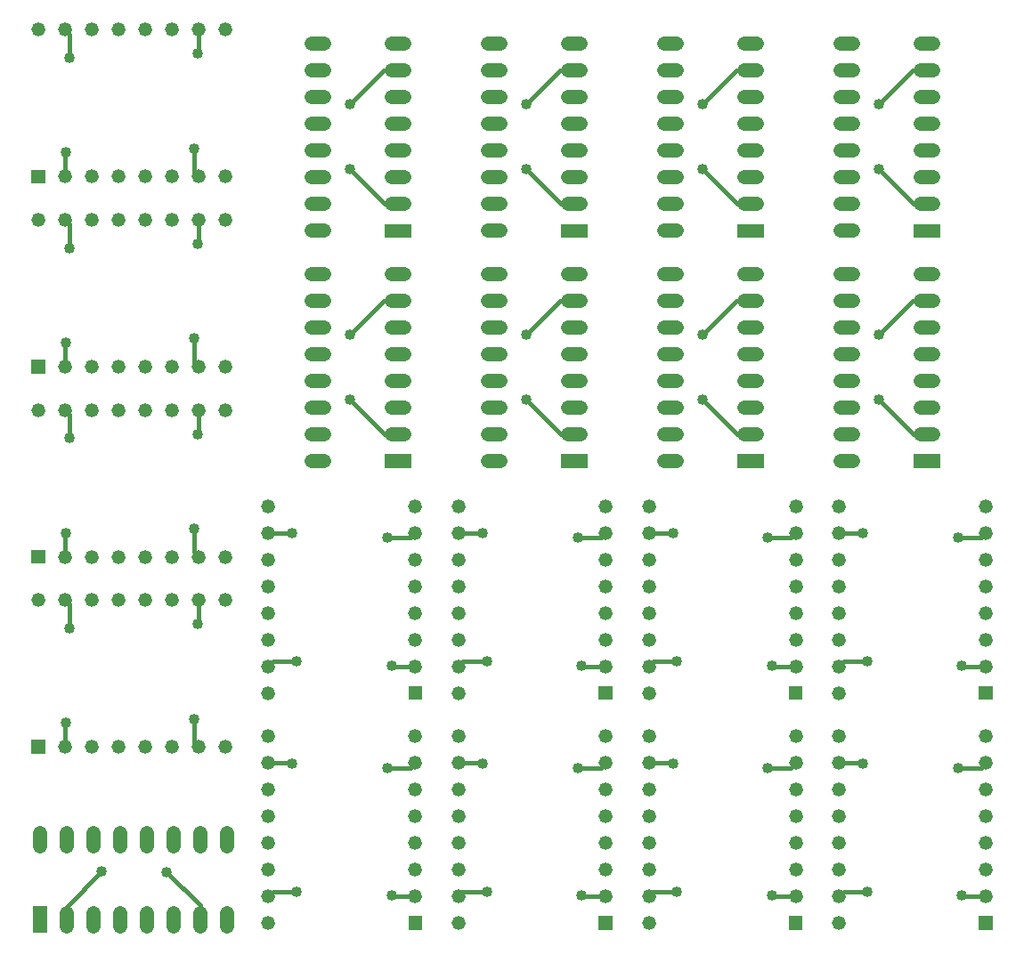
<source format=gbl>
%FSLAX24Y24*%
%MOIN*%
%ADD10C,0.0170*%
%ADD11C,0.0400*%
%ADD12C,0.0520*%
D10*
G01X14283Y24115D02*
X13745Y24115D01*
X12495Y22865D01*
X13793Y19115D02*
X14283Y19115D01*
X12485Y20422D02*
X13793Y19115D01*
X14283Y32735D02*
X13745Y32735D01*
X12495Y31485D01*
X13793Y27735D02*
X14283Y27735D01*
X12485Y29042D02*
X13793Y27735D01*
X6875Y937D02*
X6875Y1475D01*
X5625Y2725D01*
X1875Y1427D02*
X1875Y937D01*
X3182Y2735D02*
X1875Y1427D01*
X27483Y32735D02*
X26945Y32735D01*
X25695Y31485D01*
X26993Y27735D02*
X27483Y27735D01*
X25685Y29042D02*
X26993Y27735D01*
X20883Y24115D02*
X20345Y24115D01*
X19095Y22865D01*
X20393Y19115D02*
X20883Y19115D01*
X19085Y20422D02*
X20393Y19115D01*
X27483Y24115D02*
X26945Y24115D01*
X25695Y22865D01*
X26993Y19115D02*
X27483Y19115D01*
X25685Y20422D02*
X26993Y19115D01*
X20883Y32735D02*
X20345Y32735D01*
X19095Y31485D01*
X20393Y27735D02*
X20883Y27735D01*
X19085Y29042D02*
X20393Y27735D01*
X34083Y32735D02*
X33545Y32735D01*
X32295Y31485D01*
X33593Y27735D02*
X34083Y27735D01*
X32285Y29042D02*
X33593Y27735D01*
X34083Y24115D02*
X33545Y24115D01*
X32295Y22865D01*
X33593Y19115D02*
X34083Y19115D01*
X32285Y20422D02*
X33593Y19115D01*
X6633Y28952D02*
X6812Y28773D01*
X6633Y29822D02*
X6633Y28952D01*
X6782Y33372D02*
X6812Y33403D01*
X6812Y34273D01*
X1812Y29641D02*
X1812Y28773D01*
X1840Y29668D02*
X1812Y29641D01*
X1990Y33220D02*
X1990Y34095D01*
X1812Y34273D01*
X14748Y6633D02*
X14927Y6812D01*
X13878Y6633D02*
X14748Y6633D01*
X10328Y6782D02*
X10297Y6812D01*
X9427Y6812D01*
X14059Y1812D02*
X14927Y1812D01*
X14032Y1840D02*
X14059Y1812D01*
X10480Y1990D02*
X9605Y1990D01*
X9427Y1812D01*
X21868Y6633D02*
X22047Y6812D01*
X20998Y6633D02*
X21868Y6633D01*
X17448Y6782D02*
X17417Y6812D01*
X16547Y6812D01*
X21179Y1812D02*
X22047Y1812D01*
X21152Y1840D02*
X21179Y1812D01*
X17600Y1990D02*
X16725Y1990D01*
X16547Y1812D01*
X36108Y6633D02*
X36287Y6812D01*
X35238Y6633D02*
X36108Y6633D01*
X31688Y6782D02*
X31657Y6812D01*
X30787Y6812D01*
X35419Y1812D02*
X36287Y1812D01*
X35392Y1840D02*
X35419Y1812D01*
X31840Y1990D02*
X30965Y1990D01*
X30787Y1812D01*
X28988Y6633D02*
X29167Y6812D01*
X28118Y6633D02*
X28988Y6633D01*
X24568Y6782D02*
X24537Y6812D01*
X23667Y6812D01*
X28299Y1812D02*
X29167Y1812D01*
X28272Y1840D02*
X28299Y1812D01*
X24720Y1990D02*
X23845Y1990D01*
X23667Y1812D01*
X14748Y15253D02*
X14927Y15432D01*
X13878Y15253D02*
X14748Y15253D01*
X10328Y15402D02*
X10297Y15432D01*
X9427Y15432D01*
X14059Y10432D02*
X14927Y10432D01*
X14032Y10460D02*
X14059Y10432D01*
X10480Y10610D02*
X9605Y10610D01*
X9427Y10432D01*
X21868Y15253D02*
X22047Y15432D01*
X20998Y15253D02*
X21868Y15253D01*
X17448Y15402D02*
X17417Y15432D01*
X16547Y15432D01*
X21179Y10432D02*
X22047Y10432D01*
X21152Y10460D02*
X21179Y10432D01*
X17600Y10610D02*
X16725Y10610D01*
X16547Y10432D01*
X28988Y15253D02*
X29167Y15432D01*
X28118Y15253D02*
X28988Y15253D01*
X24568Y15402D02*
X24537Y15432D01*
X23667Y15432D01*
X28299Y10432D02*
X29167Y10432D01*
X28272Y10460D02*
X28299Y10432D01*
X24720Y10610D02*
X23845Y10610D01*
X23667Y10432D01*
X6633Y21832D02*
X6812Y21653D01*
X6633Y22702D02*
X6633Y21832D01*
X6782Y26252D02*
X6812Y26283D01*
X6812Y27153D01*
X1812Y22521D02*
X1812Y21653D01*
X1840Y22548D02*
X1812Y22521D01*
X1990Y26100D02*
X1990Y26975D01*
X1812Y27153D01*
X6633Y14712D02*
X6812Y14533D01*
X6633Y15582D02*
X6633Y14712D01*
X6782Y19132D02*
X6812Y19163D01*
X6812Y20033D01*
X1812Y15401D02*
X1812Y14533D01*
X1840Y15428D02*
X1812Y15401D01*
X1990Y18980D02*
X1990Y19855D01*
X1812Y20033D01*
X6633Y7592D02*
X6812Y7413D01*
X6633Y8462D02*
X6633Y7592D01*
X6782Y12012D02*
X6812Y12043D01*
X6812Y12913D01*
X1812Y8281D02*
X1812Y7413D01*
X1840Y8308D02*
X1812Y8281D01*
X1990Y11860D02*
X1990Y12735D01*
X1812Y12913D01*
X36108Y15253D02*
X36287Y15432D01*
X35238Y15253D02*
X36108Y15253D01*
X31688Y15402D02*
X31657Y15432D01*
X30787Y15432D01*
X35419Y10432D02*
X36287Y10432D01*
X35392Y10460D02*
X35419Y10432D01*
X31840Y10610D02*
X30965Y10610D01*
X30787Y10432D01*
D11*
G01X12495Y22865D03*
X12485Y20422D03*
X12495Y31485D03*
X12485Y29042D03*
X5625Y2725D03*
X3182Y2735D03*
X25695Y31485D03*
X25685Y29042D03*
X19095Y22865D03*
X19085Y20422D03*
X25695Y22865D03*
X25685Y20422D03*
X19095Y31485D03*
X19085Y29042D03*
X32295Y31485D03*
X32285Y29042D03*
X32295Y22865D03*
X32285Y20422D03*
X6633Y29822D03*
X6782Y33372D03*
X1840Y29668D03*
X1990Y33220D03*
X13878Y6633D03*
X10328Y6782D03*
X14032Y1840D03*
X10480Y1990D03*
X20998Y6633D03*
X17448Y6782D03*
X21152Y1840D03*
X17600Y1990D03*
X35238Y6633D03*
X31688Y6782D03*
X35392Y1840D03*
X31840Y1990D03*
X28118Y6633D03*
X24568Y6782D03*
X28272Y1840D03*
X24720Y1990D03*
X13878Y15253D03*
X10328Y15402D03*
X14032Y10460D03*
X10480Y10610D03*
X20998Y15253D03*
X17448Y15402D03*
X21152Y10460D03*
X17600Y10610D03*
X28118Y15253D03*
X24568Y15402D03*
X28272Y10460D03*
X24720Y10610D03*
X6633Y22702D03*
X6782Y26252D03*
X1840Y22548D03*
X1990Y26100D03*
X6633Y15582D03*
X6782Y19132D03*
X1840Y15428D03*
X1990Y18980D03*
X6633Y8462D03*
X6782Y12012D03*
X1840Y8308D03*
X1990Y11860D03*
X35238Y15253D03*
X31688Y15402D03*
X35392Y10460D03*
X31840Y10610D03*
D12*
G01X11043Y18115D02*
X11523Y18115D01*
X14043Y20115D02*
X14523Y20115D01*
X14043Y19115D02*
X14523Y19115D01*
X11043Y19115D02*
X11523Y19115D01*
X11043Y25115D02*
X11523Y25115D01*
X11043Y24115D02*
X11523Y24115D01*
X14043Y22115D02*
X14523Y22115D01*
X14043Y24115D02*
X14523Y24115D01*
X14043Y21115D02*
X14523Y21115D01*
X14043Y25115D02*
X14523Y25115D01*
X14043Y23115D02*
X14523Y23115D01*
X11043Y21115D02*
X11523Y21115D01*
X11043Y20115D02*
X11523Y20115D01*
X11043Y23115D02*
X11523Y23115D01*
X11043Y22115D02*
X11523Y22115D01*
X11043Y26735D02*
X11523Y26735D01*
X14043Y28735D02*
X14523Y28735D01*
X14043Y27735D02*
X14523Y27735D01*
X11043Y27735D02*
X11523Y27735D01*
X11043Y33735D02*
X11523Y33735D01*
X11043Y32735D02*
X11523Y32735D01*
X14043Y30735D02*
X14523Y30735D01*
X14043Y32735D02*
X14523Y32735D01*
X14043Y29735D02*
X14523Y29735D01*
X14043Y33735D02*
X14523Y33735D01*
X14043Y31735D02*
X14523Y31735D01*
X11043Y29735D02*
X11523Y29735D01*
X11043Y28735D02*
X11523Y28735D01*
X11043Y31735D02*
X11523Y31735D01*
X11043Y30735D02*
X11523Y30735D01*
X875Y4177D02*
X875Y3697D01*
X2875Y1177D02*
X2875Y697D01*
X1875Y1177D02*
X1875Y697D01*
X1875Y4177D02*
X1875Y3697D01*
X7875Y4177D02*
X7875Y3697D01*
X6875Y4177D02*
X6875Y3697D01*
X4875Y1177D02*
X4875Y697D01*
X6875Y1177D02*
X6875Y697D01*
X3875Y1177D02*
X3875Y697D01*
X7875Y1177D02*
X7875Y697D01*
X5875Y1177D02*
X5875Y697D01*
X3875Y4177D02*
X3875Y3697D01*
X2875Y4177D02*
X2875Y3697D01*
X5875Y4177D02*
X5875Y3697D01*
X4875Y4177D02*
X4875Y3697D01*
X24243Y26735D02*
X24723Y26735D01*
X27243Y28735D02*
X27723Y28735D01*
X27243Y27735D02*
X27723Y27735D01*
X24243Y27735D02*
X24723Y27735D01*
X24243Y33735D02*
X24723Y33735D01*
X24243Y32735D02*
X24723Y32735D01*
X27243Y30735D02*
X27723Y30735D01*
X27243Y32735D02*
X27723Y32735D01*
X27243Y29735D02*
X27723Y29735D01*
X27243Y33735D02*
X27723Y33735D01*
X27243Y31735D02*
X27723Y31735D01*
X24243Y29735D02*
X24723Y29735D01*
X24243Y28735D02*
X24723Y28735D01*
X24243Y31735D02*
X24723Y31735D01*
X24243Y30735D02*
X24723Y30735D01*
X17643Y18115D02*
X18123Y18115D01*
X20643Y20115D02*
X21123Y20115D01*
X20643Y19115D02*
X21123Y19115D01*
X17643Y19115D02*
X18123Y19115D01*
X17643Y25115D02*
X18123Y25115D01*
X17643Y24115D02*
X18123Y24115D01*
X20643Y22115D02*
X21123Y22115D01*
X20643Y24115D02*
X21123Y24115D01*
X20643Y21115D02*
X21123Y21115D01*
X20643Y25115D02*
X21123Y25115D01*
X20643Y23115D02*
X21123Y23115D01*
X17643Y21115D02*
X18123Y21115D01*
X17643Y20115D02*
X18123Y20115D01*
X17643Y23115D02*
X18123Y23115D01*
X17643Y22115D02*
X18123Y22115D01*
X24243Y18115D02*
X24723Y18115D01*
X27243Y20115D02*
X27723Y20115D01*
X27243Y19115D02*
X27723Y19115D01*
X24243Y19115D02*
X24723Y19115D01*
X24243Y25115D02*
X24723Y25115D01*
X24243Y24115D02*
X24723Y24115D01*
X27243Y22115D02*
X27723Y22115D01*
X27243Y24115D02*
X27723Y24115D01*
X27243Y21115D02*
X27723Y21115D01*
X27243Y25115D02*
X27723Y25115D01*
X27243Y23115D02*
X27723Y23115D01*
X24243Y21115D02*
X24723Y21115D01*
X24243Y20115D02*
X24723Y20115D01*
X24243Y23115D02*
X24723Y23115D01*
X24243Y22115D02*
X24723Y22115D01*
X17643Y26735D02*
X18123Y26735D01*
X20643Y28735D02*
X21123Y28735D01*
X20643Y27735D02*
X21123Y27735D01*
X17643Y27735D02*
X18123Y27735D01*
X17643Y33735D02*
X18123Y33735D01*
X17643Y32735D02*
X18123Y32735D01*
X20643Y30735D02*
X21123Y30735D01*
X20643Y32735D02*
X21123Y32735D01*
X20643Y29735D02*
X21123Y29735D01*
X20643Y33735D02*
X21123Y33735D01*
X20643Y31735D02*
X21123Y31735D01*
X17643Y29735D02*
X18123Y29735D01*
X17643Y28735D02*
X18123Y28735D01*
X17643Y31735D02*
X18123Y31735D01*
X17643Y30735D02*
X18123Y30735D01*
X30843Y26735D02*
X31323Y26735D01*
X33843Y28735D02*
X34323Y28735D01*
X33843Y27735D02*
X34323Y27735D01*
X30843Y27735D02*
X31323Y27735D01*
X30843Y33735D02*
X31323Y33735D01*
X30843Y32735D02*
X31323Y32735D01*
X33843Y30735D02*
X34323Y30735D01*
X33843Y32735D02*
X34323Y32735D01*
X33843Y29735D02*
X34323Y29735D01*
X33843Y33735D02*
X34323Y33735D01*
X33843Y31735D02*
X34323Y31735D01*
X30843Y29735D02*
X31323Y29735D01*
X30843Y28735D02*
X31323Y28735D01*
X30843Y31735D02*
X31323Y31735D01*
X30843Y30735D02*
X31323Y30735D01*
X30843Y18115D02*
X31323Y18115D01*
X33843Y20115D02*
X34323Y20115D01*
X33843Y19115D02*
X34323Y19115D01*
X30843Y19115D02*
X31323Y19115D01*
X30843Y25115D02*
X31323Y25115D01*
X30843Y24115D02*
X31323Y24115D01*
X33843Y22115D02*
X34323Y22115D01*
X33843Y24115D02*
X34323Y24115D01*
X33843Y21115D02*
X34323Y21115D01*
X33843Y25115D02*
X34323Y25115D01*
X33843Y23115D02*
X34323Y23115D01*
X30843Y21115D02*
X31323Y21115D01*
X30843Y20115D02*
X31323Y20115D01*
X30843Y23115D02*
X31323Y23115D01*
X30843Y22115D02*
X31323Y22115D01*
X6812Y34273D03*
X1812Y34273D03*
X3812Y34273D03*
X4812Y34273D03*
X812Y34273D03*
X3812Y28773D03*
X1812Y28773D03*
X2812Y34273D03*
X7812Y34273D03*
X4812Y28773D03*
X5812Y34273D03*
X7812Y28773D03*
X2812Y28773D03*
X6812Y28773D03*
X5812Y28773D03*
X9427Y6812D03*
X9427Y1812D03*
X9427Y3812D03*
X9427Y4812D03*
X9427Y812D03*
X14927Y3812D03*
X14927Y1812D03*
X9427Y2812D03*
X9427Y7812D03*
X14927Y4812D03*
X9427Y5812D03*
X14927Y7812D03*
X14927Y2812D03*
X14927Y6812D03*
X14927Y5812D03*
X16547Y6812D03*
X16547Y1812D03*
X16547Y3812D03*
X16547Y4812D03*
X16547Y812D03*
X22047Y3812D03*
X22047Y1812D03*
X16547Y2812D03*
X16547Y7812D03*
X22047Y4812D03*
X16547Y5812D03*
X22047Y7812D03*
X22047Y2812D03*
X22047Y6812D03*
X22047Y5812D03*
X30787Y6812D03*
X30787Y1812D03*
X30787Y3812D03*
X30787Y4812D03*
X30787Y812D03*
X36287Y3812D03*
X36287Y1812D03*
X30787Y2812D03*
X30787Y7812D03*
X36287Y4812D03*
X30787Y5812D03*
X36287Y7812D03*
X36287Y2812D03*
X36287Y6812D03*
X36287Y5812D03*
X23667Y6812D03*
X23667Y1812D03*
X23667Y3812D03*
X23667Y4812D03*
X23667Y812D03*
X29167Y3812D03*
X29167Y1812D03*
X23667Y2812D03*
X23667Y7812D03*
X29167Y4812D03*
X23667Y5812D03*
X29167Y7812D03*
X29167Y2812D03*
X29167Y6812D03*
X29167Y5812D03*
X9427Y15432D03*
X9427Y10432D03*
X9427Y12432D03*
X9427Y13432D03*
X9427Y9432D03*
X14927Y12432D03*
X14927Y10432D03*
X9427Y11432D03*
X9427Y16432D03*
X14927Y13432D03*
X9427Y14432D03*
X14927Y16432D03*
X14927Y11432D03*
X14927Y15432D03*
X14927Y14432D03*
X16547Y15432D03*
X16547Y10432D03*
X16547Y12432D03*
X16547Y13432D03*
X16547Y9432D03*
X22047Y12432D03*
X22047Y10432D03*
X16547Y11432D03*
X16547Y16432D03*
X22047Y13432D03*
X16547Y14432D03*
X22047Y16432D03*
X22047Y11432D03*
X22047Y15432D03*
X22047Y14432D03*
X23667Y15432D03*
X23667Y10432D03*
X23667Y12432D03*
X23667Y13432D03*
X23667Y9432D03*
X29167Y12432D03*
X29167Y10432D03*
X23667Y11432D03*
X23667Y16432D03*
X29167Y13432D03*
X23667Y14432D03*
X29167Y16432D03*
X29167Y11432D03*
X29167Y15432D03*
X29167Y14432D03*
X6812Y27153D03*
X1812Y27153D03*
X3812Y27153D03*
X4812Y27153D03*
X812Y27153D03*
X3812Y21653D03*
X1812Y21653D03*
X2812Y27153D03*
X7812Y27153D03*
X4812Y21653D03*
X5812Y27153D03*
X7812Y21653D03*
X2812Y21653D03*
X6812Y21653D03*
X5812Y21653D03*
X6812Y20033D03*
X1812Y20033D03*
X3812Y20033D03*
X4812Y20033D03*
X812Y20033D03*
X3812Y14533D03*
X1812Y14533D03*
X2812Y20033D03*
X7812Y20033D03*
X4812Y14533D03*
X5812Y20033D03*
X7812Y14533D03*
X2812Y14533D03*
X6812Y14533D03*
X5812Y14533D03*
X6812Y12913D03*
X1812Y12913D03*
X3812Y12913D03*
X4812Y12913D03*
X812Y12913D03*
X3812Y7413D03*
X1812Y7413D03*
X2812Y12913D03*
X7812Y12913D03*
X4812Y7413D03*
X5812Y12913D03*
X7812Y7413D03*
X2812Y7413D03*
X6812Y7413D03*
X5812Y7413D03*
X30787Y15432D03*
X30787Y10432D03*
X30787Y12432D03*
X30787Y13432D03*
X30787Y9432D03*
X36287Y12432D03*
X36287Y10432D03*
X30787Y11432D03*
X30787Y16432D03*
X36287Y13432D03*
X30787Y14432D03*
X36287Y16432D03*
X36287Y11432D03*
X36287Y15432D03*
X36287Y14432D03*
G36*
X13783Y18375D02*
X13783Y17855D01*
X14783Y17855D01*
X14783Y18375D01*
X13783Y18375D01*
G37*
G36*
X13783Y26995D02*
X13783Y26475D01*
X14783Y26475D01*
X14783Y26995D01*
X13783Y26995D01*
G37*
G36*
X1135Y1437D02*
X615Y1437D01*
X615Y437D01*
X1135Y437D01*
X1135Y1437D01*
G37*
G36*
X26983Y26995D02*
X26983Y26475D01*
X27983Y26475D01*
X27983Y26995D01*
X26983Y26995D01*
G37*
G36*
X20383Y18375D02*
X20383Y17855D01*
X21383Y17855D01*
X21383Y18375D01*
X20383Y18375D01*
G37*
G36*
X26983Y18375D02*
X26983Y17855D01*
X27983Y17855D01*
X27983Y18375D01*
X26983Y18375D01*
G37*
G36*
X20383Y26995D02*
X20383Y26475D01*
X21383Y26475D01*
X21383Y26995D01*
X20383Y26995D01*
G37*
G36*
X33583Y26995D02*
X33583Y26475D01*
X34583Y26475D01*
X34583Y26995D01*
X33583Y26995D01*
G37*
G36*
X33583Y18375D02*
X33583Y17855D01*
X34583Y17855D01*
X34583Y18375D01*
X33583Y18375D01*
G37*
G36*
X1072Y29033D02*
X552Y29033D01*
X552Y28513D01*
X1072Y28513D01*
X1072Y29033D01*
G37*
G36*
X14667Y1072D02*
X14667Y552D01*
X15187Y552D01*
X15187Y1072D01*
X14667Y1072D01*
G37*
G36*
X21787Y1072D02*
X21787Y552D01*
X22307Y552D01*
X22307Y1072D01*
X21787Y1072D01*
G37*
G36*
X36027Y1072D02*
X36027Y552D01*
X36547Y552D01*
X36547Y1072D01*
X36027Y1072D01*
G37*
G36*
X28907Y1072D02*
X28907Y552D01*
X29427Y552D01*
X29427Y1072D01*
X28907Y1072D01*
G37*
G36*
X14667Y9692D02*
X14667Y9172D01*
X15187Y9172D01*
X15187Y9692D01*
X14667Y9692D01*
G37*
G36*
X21787Y9692D02*
X21787Y9172D01*
X22307Y9172D01*
X22307Y9692D01*
X21787Y9692D01*
G37*
G36*
X28907Y9692D02*
X28907Y9172D01*
X29427Y9172D01*
X29427Y9692D01*
X28907Y9692D01*
G37*
G36*
X1072Y21913D02*
X552Y21913D01*
X552Y21393D01*
X1072Y21393D01*
X1072Y21913D01*
G37*
G36*
X1072Y14793D02*
X552Y14793D01*
X552Y14273D01*
X1072Y14273D01*
X1072Y14793D01*
G37*
G36*
X1072Y7673D02*
X552Y7673D01*
X552Y7153D01*
X1072Y7153D01*
X1072Y7673D01*
G37*
G36*
X36027Y9692D02*
X36027Y9172D01*
X36547Y9172D01*
X36547Y9692D01*
X36027Y9692D01*
G37*
M02*

</source>
